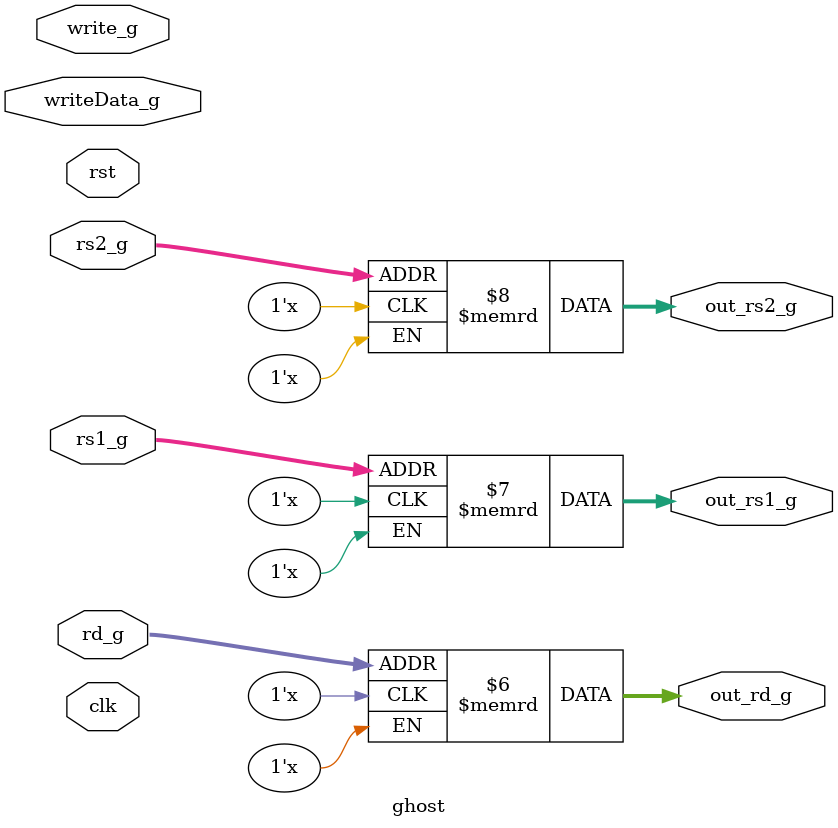
<source format=v>
module ghost(clk, rst, rd_g, rs1_g, rs2_g, write_g, writeData_g, out_rd_g, out_rs1_g, out_rs2_g);
    //define inputs here
    input clk; 
    input rst; 
    input [3:0] rd_g; 
    input [3:0] rs1_g; 
    input [3:0] rs2_g;  
    input write_g;
    input [31:0] writeData_g;  

    //define outputs here
    output wire [31:0] out_rd_g;
    output wire [31:0] out_rs1_g; 
    output wire [31:0] out_rs2_g; 

    //_g means _ghost for these ghost registers being used by ucode algo

    //Define states/registers here
    reg [31:0] ghost [15:0]; //let's just make 16 ghost registers bc why not lol

    integer i;
    //Logic
    always @(posedge clk) begin 
        if (rst) begin
            for (i = 0; i < 16; i = i + 1) registerFile[i] <= 32'd0;
        end else if (write_g) begin
            registerFile[rd_g] <= writeData_g;
        end
    end

    //comb logic
    assign out_rd_g = ghost[rd_g]; 
    assign out_rs1_g = ghost[rs1_g];
    assign out_rs2_g = ghost[rs2_g];

endmodule

</source>
